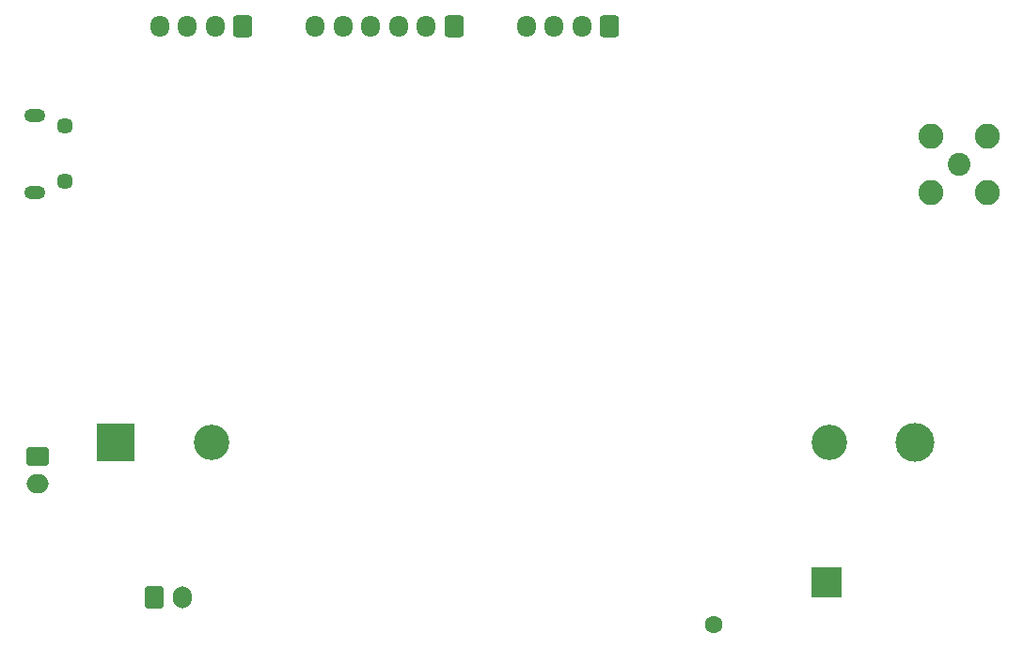
<source format=gbr>
%TF.GenerationSoftware,KiCad,Pcbnew,(6.0.5)*%
%TF.CreationDate,2022-08-16T14:45:35+02:00*%
%TF.ProjectId,ATMega328-LoRa-Sol-ADIO,41544d65-6761-4333-9238-2d4c6f52612d,rev?*%
%TF.SameCoordinates,Original*%
%TF.FileFunction,Soldermask,Bot*%
%TF.FilePolarity,Negative*%
%FSLAX46Y46*%
G04 Gerber Fmt 4.6, Leading zero omitted, Abs format (unit mm)*
G04 Created by KiCad (PCBNEW (6.0.5)) date 2022-08-16 14:45:35*
%MOMM*%
%LPD*%
G01*
G04 APERTURE LIST*
G04 Aperture macros list*
%AMRoundRect*
0 Rectangle with rounded corners*
0 $1 Rounding radius*
0 $2 $3 $4 $5 $6 $7 $8 $9 X,Y pos of 4 corners*
0 Add a 4 corners polygon primitive as box body*
4,1,4,$2,$3,$4,$5,$6,$7,$8,$9,$2,$3,0*
0 Add four circle primitives for the rounded corners*
1,1,$1+$1,$2,$3*
1,1,$1+$1,$4,$5*
1,1,$1+$1,$6,$7*
1,1,$1+$1,$8,$9*
0 Add four rect primitives between the rounded corners*
20,1,$1+$1,$2,$3,$4,$5,0*
20,1,$1+$1,$4,$5,$6,$7,0*
20,1,$1+$1,$6,$7,$8,$9,0*
20,1,$1+$1,$8,$9,$2,$3,0*%
G04 Aperture macros list end*
%ADD10RoundRect,0.250000X-0.600000X-0.750000X0.600000X-0.750000X0.600000X0.750000X-0.600000X0.750000X0*%
%ADD11O,1.700000X2.000000*%
%ADD12RoundRect,0.250000X0.600000X0.725000X-0.600000X0.725000X-0.600000X-0.725000X0.600000X-0.725000X0*%
%ADD13O,1.700000X1.950000*%
%ADD14O,1.900000X1.200000*%
%ADD15C,1.450000*%
%ADD16RoundRect,0.250000X-0.750000X0.600000X-0.750000X-0.600000X0.750000X-0.600000X0.750000X0.600000X0*%
%ADD17O,2.000000X1.700000*%
%ADD18R,2.700000X2.700000*%
%ADD19C,1.600000*%
%ADD20C,2.050000*%
%ADD21C,2.250000*%
%ADD22C,3.200000*%
%ADD23R,3.500000X3.500000*%
%ADD24C,3.500000*%
G04 APERTURE END LIST*
D10*
%TO.C,J4*%
X128500000Y-82500000D03*
D11*
X131000000Y-82500000D03*
%TD*%
D12*
%TO.C,J7*%
X155500000Y-31000000D03*
D13*
X153000000Y-31000000D03*
X150500000Y-31000000D03*
X148000000Y-31000000D03*
X145500000Y-31000000D03*
X143000000Y-31000000D03*
%TD*%
D12*
%TO.C,J5*%
X136500000Y-31000000D03*
D13*
X134000000Y-31000000D03*
X131500000Y-31000000D03*
X129000000Y-31000000D03*
%TD*%
D14*
%TO.C,J1*%
X117762500Y-39000000D03*
D15*
X120462500Y-45000000D03*
D14*
X117762500Y-46000000D03*
D15*
X120462500Y-40000000D03*
%TD*%
D12*
%TO.C,J3*%
X169500000Y-31000000D03*
D13*
X167000000Y-31000000D03*
X164500000Y-31000000D03*
X162000000Y-31000000D03*
%TD*%
D16*
%TO.C,J2*%
X118025000Y-69750000D03*
D17*
X118025000Y-72250000D03*
%TD*%
D18*
%TO.C,BT2*%
X189075000Y-81085000D03*
D19*
X178905000Y-84935000D03*
%TD*%
D20*
%TO.C,J6*%
X200960000Y-43460000D03*
D21*
X203500000Y-46000000D03*
X198420000Y-40920000D03*
X198420000Y-46000000D03*
X203500000Y-40920000D03*
%TD*%
D22*
%TO.C,BT1*%
X189255000Y-68500000D03*
X133645000Y-68500000D03*
D23*
X125000000Y-68500000D03*
D24*
X197000000Y-68500000D03*
%TD*%
M02*

</source>
